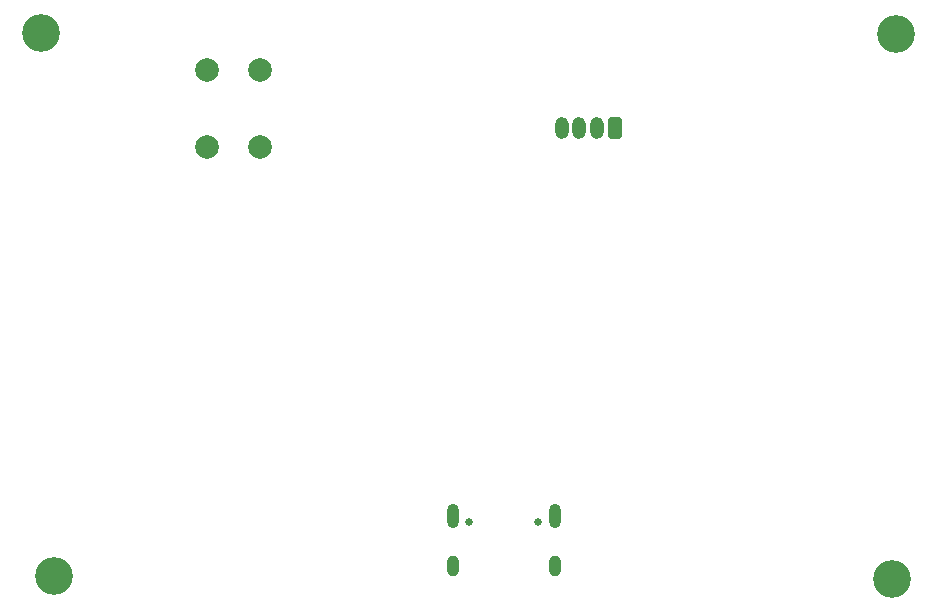
<source format=gbr>
%TF.GenerationSoftware,KiCad,Pcbnew,9.0.2*%
%TF.CreationDate,2025-08-14T15:26:00-05:00*%
%TF.ProjectId,ESP_32_sens,4553505f-3332-45f7-9365-6e732e6b6963,rev?*%
%TF.SameCoordinates,Original*%
%TF.FileFunction,Soldermask,Bot*%
%TF.FilePolarity,Negative*%
%FSLAX46Y46*%
G04 Gerber Fmt 4.6, Leading zero omitted, Abs format (unit mm)*
G04 Created by KiCad (PCBNEW 9.0.2) date 2025-08-14 15:26:00*
%MOMM*%
%LPD*%
G01*
G04 APERTURE LIST*
G04 Aperture macros list*
%AMRoundRect*
0 Rectangle with rounded corners*
0 $1 Rounding radius*
0 $2 $3 $4 $5 $6 $7 $8 $9 X,Y pos of 4 corners*
0 Add a 4 corners polygon primitive as box body*
4,1,4,$2,$3,$4,$5,$6,$7,$8,$9,$2,$3,0*
0 Add four circle primitives for the rounded corners*
1,1,$1+$1,$2,$3*
1,1,$1+$1,$4,$5*
1,1,$1+$1,$6,$7*
1,1,$1+$1,$8,$9*
0 Add four rect primitives between the rounded corners*
20,1,$1+$1,$2,$3,$4,$5,0*
20,1,$1+$1,$4,$5,$6,$7,0*
20,1,$1+$1,$6,$7,$8,$9,0*
20,1,$1+$1,$8,$9,$2,$3,0*%
G04 Aperture macros list end*
%ADD10C,3.200000*%
%ADD11O,1.000000X1.800000*%
%ADD12O,1.000000X2.100000*%
%ADD13C,0.650000*%
%ADD14C,2.000000*%
%ADD15RoundRect,0.250000X0.335000X0.685000X-0.335000X0.685000X-0.335000X-0.685000X0.335000X-0.685000X0*%
%ADD16O,1.170000X1.870000*%
G04 APERTURE END LIST*
D10*
%TO.C,H3*%
X172500000Y-76200000D03*
%TD*%
D11*
%TO.C,J3*%
X143570000Y-121215000D03*
D12*
X143570000Y-117015000D03*
D11*
X134930000Y-121215000D03*
D12*
X134930000Y-117015000D03*
D13*
X142140000Y-117535000D03*
X136360000Y-117535000D03*
%TD*%
D10*
%TO.C,H1*%
X101200000Y-122100000D03*
%TD*%
%TO.C,H2*%
X100100000Y-76100000D03*
%TD*%
D14*
%TO.C,SW1*%
X118650000Y-79250000D03*
X118650000Y-85750000D03*
X114150000Y-79250000D03*
X114150000Y-85750000D03*
%TD*%
D15*
%TO.C,J4*%
X148660000Y-84150000D03*
D16*
X147160000Y-84150000D03*
X145660000Y-84150000D03*
X144160000Y-84150000D03*
%TD*%
D10*
%TO.C,H4*%
X172100000Y-122300000D03*
%TD*%
M02*

</source>
